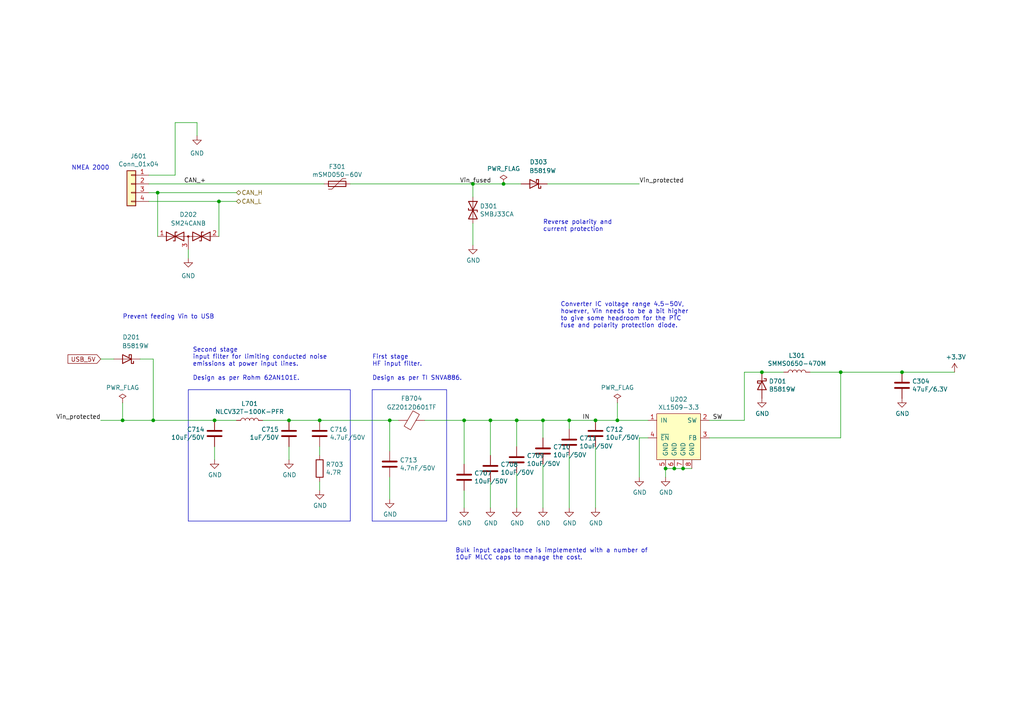
<source format=kicad_sch>
(kicad_sch (version 20230121) (generator eeschema)
  (paper "A4")
  (title_block (title "Hat Labs Marine Engine & Tank interface (HALMET)") (date "2024-01-18") (rev "1.0.1") (company "Hat Labs Ltd") (comment 1 "https://creativecommons.org/licenses/by-sa/4.0") (comment 2 "To view a copy of this license, visit ") (comment 3 "HALMET is licensed under CC BY-SA 4.0."))
  (lib_symbols
    (symbol "Connector_Generic:Conn_01x04" (pin_names (offset 1.016) hide)
      (property "Reference" "J" (at 0 5.08 0))
      (property "Value" "Conn_01x04" (at 0 -7.62 0))
      (symbol "Conn_01x04_1_1"
        (rectangle (start -1.27 -4.953) (end 0 -5.207) (stroke (width 0.1524)))
        (rectangle (start -1.27 -2.413) (end 0 -2.667) (stroke (width 0.1524)))
        (rectangle (start -1.27 0.127) (end 0 -0.127) (stroke (width 0.1524)))
        (rectangle (start -1.27 2.667) (end 0 2.413) (stroke (width 0.1524)))
        (rectangle (start -1.27 3.81) (end 1.27 -6.35) (stroke (width 0.254)) (fill (type background)))
        (pin passive line (at -5.08 2.54 0) (length 3.81) (name "Pin_1") (number "1"))
        (pin passive line (at -5.08 0 0) (length 3.81) (name "Pin_2") (number "2"))
        (pin passive line (at -5.08 -2.54 0) (length 3.81) (name "Pin_3") (number "3"))
        (pin passive line (at -5.08 -5.08 0) (length 3.81) (name "Pin_4") (number "4"))
      )
    )
    (symbol "Device:C" (pin_numbers hide) (pin_names (offset 0.254))
      (property "Reference" "C" (at 0.635 2.54 0))
      (property "Value" "C" (at 0.635 -2.54 0))
      (symbol "C_0_1"
        (polyline (pts (xy -2.032 -0.762) (xy 2.032 -0.762)) (stroke (width 0.508)))
        (polyline (pts (xy -2.032 0.762) (xy 2.032 0.762)) (stroke (width 0.508)))
      )
      (symbol "C_1_1"
        (pin passive line (at 0 3.81 270) (length 2.794) (name "~") (number "1"))
        (pin passive line (at 0 -3.81 90) (length 2.794) (name "~") (number "2"))
      )
    )
    (symbol "Device:D_Schottky" (pin_numbers hide) (pin_names (offset 1.016) hide)
      (property "Reference" "D" (at 0 2.54 0))
      (property "Value" "D_Schottky" (at 0 -2.54 0))
      (symbol "D_Schottky_0_1"
        (polyline (pts (xy 1.27 0) (xy -1.27 0)))
        (polyline (pts (xy 1.27 1.27) (xy 1.27 -1.27) (xy -1.27 0) (xy 1.27 1.27)) (stroke (width 0.254)))
        (polyline (pts (xy -1.905 0.635) (xy -1.905 1.27) (xy -1.27 1.27) (xy -1.27 -1.27) (xy -0.635 -1.27) (xy -0.635 -0.635)) (stroke (width 0.254)))
      )
      (symbol "D_Schottky_1_1"
        (pin passive line (at -3.81 0 0) (length 2.54) (name "K") (number "1"))
        (pin passive line (at 3.81 0 180) (length 2.54) (name "A") (number "2"))
      )
    )
    (symbol "Device:D_TVS" (pin_numbers hide) (pin_names (offset 1.016) hide)
      (property "Reference" "D" (at 0 2.54 0))
      (property "Value" "D_TVS" (at 0 -2.54 0))
      (symbol "D_TVS_0_1"
        (polyline (pts (xy 1.27 0) (xy -1.27 0)))
        (polyline (pts (xy 0.508 1.27) (xy 0 1.27) (xy 0 -1.27) (xy -0.508 -1.27)) (stroke (width 0.254)))
        (polyline (pts (xy -2.54 1.27) (xy -2.54 -1.27) (xy 2.54 1.27) (xy 2.54 -1.27) (xy -2.54 1.27)) (stroke (width 0.254)))
      )
      (symbol "D_TVS_1_1"
        (pin passive line (at -3.81 0 0) (length 2.54) (name "A1") (number "1"))
        (pin passive line (at 3.81 0 180) (length 2.54) (name "A2") (number "2"))
      )
    )
    (symbol "Device:D_TVS_Dual_AAC" (pin_names (offset 1.016) hide)
      (property "Reference" "D" (at 0 4.445 0))
      (property "Value" "D_TVS_Dual_AAC" (at 0 2.54 0))
      (symbol "D_TVS_Dual_AAC_0_0"
        (polyline (pts (xy 0 -1.27) (xy 0 0)))
      )
      (symbol "D_TVS_Dual_AAC_0_1"
        (polyline (pts (xy -6.35 0) (xy 6.35 0)))
        (polyline (pts (xy -3.302 1.27) (xy -3.81 1.27) (xy -3.81 -1.27) (xy -4.318 -1.27)) (stroke (width 0.254)))
        (polyline (pts (xy 4.318 1.27) (xy 3.81 1.27) (xy 3.81 -1.27) (xy 3.302 -1.27)) (stroke (width 0.254)))
        (polyline (pts (xy -6.35 1.27) (xy -1.27 -1.27) (xy -1.27 1.27) (xy -6.35 -1.27) (xy -6.35 1.27)) (stroke (width 0.254)))
        (polyline (pts (xy 6.35 1.27) (xy 1.27 -1.27) (xy 1.27 1.27) (xy 6.35 -1.27) (xy 6.35 1.27)) (stroke (width 0.254)))
        (circle (center 0 0) (radius 0.254) (fill (type outline)))
      )
      (symbol "D_TVS_Dual_AAC_1_1"
        (pin passive line (at -8.89 0 0) (length 2.54) (name "A1") (number "1"))
        (pin passive line (at 8.89 0 180) (length 2.54) (name "A2") (number "2"))
        (pin input line (at 0 -3.81 90) (length 2.54) (name "common") (number "3"))
      )
    )
    (symbol "Device:FerriteBead" (pin_numbers hide) (pin_names (offset 0))
      (property "Reference" "FB" (at -3.81 0.635 90))
      (property "Value" "FerriteBead" (at 3.81 0 90))
      (symbol "FerriteBead_0_1"
        (polyline (pts (xy 0 -1.27) (xy 0 -1.2192)))
        (polyline (pts (xy 0 1.27) (xy 0 1.2954)))
        (polyline (pts (xy -2.7686 0.4064) (xy -1.7018 2.2606) (xy 2.7686 -0.3048) (xy 1.6764 -2.159) (xy -2.7686 0.4064)))
      )
      (symbol "FerriteBead_1_1"
        (pin passive line (at 0 3.81 270) (length 2.54) (name "~") (number "1"))
        (pin passive line (at 0 -3.81 90) (length 2.54) (name "~") (number "2"))
      )
    )
    (symbol "Device:L" (pin_numbers hide) (pin_names (offset 1.016) hide)
      (property "Reference" "L" (at -1.27 0 90))
      (property "Value" "L" (at 1.905 0 90))
      (symbol "L_0_1"
        (arc (start 0 -2.54) (mid 0.6323 -1.905) (end 0 -1.27))
        (arc (start 0 -1.27) (mid 0.6323 -0.635) (end 0 0))
        (arc (start 0 0) (mid 0.6323 0.635) (end 0 1.27))
        (arc (start 0 1.27) (mid 0.6323 1.905) (end 0 2.54))
      )
      (symbol "L_1_1"
        (pin passive line (at 0 3.81 270) (length 1.27) (name "1") (number "1"))
        (pin passive line (at 0 -3.81 90) (length 1.27) (name "2") (number "2"))
      )
    )
    (symbol "Device:Polyfuse" (pin_numbers hide) (pin_names (offset 0))
      (property "Reference" "F" (at -2.54 0 90))
      (property "Value" "Polyfuse" (at 2.54 0 90))
      (symbol "Polyfuse_0_1"
        (rectangle (start -0.762 2.54) (end 0.762 -2.54) (stroke (width 0.254)))
        (polyline (pts (xy 0 2.54) (xy 0 -2.54)))
        (polyline (pts (xy -1.524 2.54) (xy -1.524 1.524) (xy 1.524 -1.524) (xy 1.524 -2.54)))
      )
      (symbol "Polyfuse_1_1"
        (pin passive line (at 0 3.81 270) (length 1.27) (name "~") (number "1"))
        (pin passive line (at 0 -3.81 90) (length 1.27) (name "~") (number "2"))
      )
    )
    (symbol "Device:R" (pin_numbers hide) (pin_names (offset 0))
      (property "Reference" "R" (at 2.032 0 90))
      (property "Value" "R" (at 0 0 90))
      (symbol "R_0_1"
        (rectangle (start -1.016 -2.54) (end 1.016 2.54) (stroke (width 0.254)))
      )
      (symbol "R_1_1"
        (pin passive line (at 0 3.81 270) (length 1.27) (name "~") (number "1"))
        (pin passive line (at 0 -3.81 90) (length 1.27) (name "~") (number "2"))
      )
    )
    (symbol "HALMET:XL1509-ADJE1" (pin_names (offset 1.016))
      (property "Reference" "U" (at 1.27 10.795 0))
      (property "Value" "XL1509-ADJE1" (at 7.62 8.89 0))
      (symbol "XL1509-ADJE1_0_1"
        (rectangle (start -6.35 6.985) (end 6.35 -6.35) (fill (type background)))
      )
      (symbol "XL1509-ADJE1_1_1"
        (pin power_in line (at -8.89 5.08 0) (length 2.54) (name "IN") (number "1"))
        (pin power_out line (at 8.89 5.08 180) (length 2.54) (name "SW") (number "2"))
        (pin input line (at 8.89 0 180) (length 2.54) (name "FB") (number "3"))
        (pin input line (at -8.89 0 0) (length 2.54) (name "~{EN}") (number "4"))
        (pin power_in line (at -3.81 -8.89 90) (length 2.54) (name "GND") (number "5"))
        (pin power_in line (at -1.27 -8.89 90) (length 2.54) (name "GND") (number "6"))
        (pin power_in line (at 1.27 -8.89 90) (length 2.54) (name "GND") (number "7"))
        (pin power_in line (at 3.81 -8.89 90) (length 2.54) (name "GND") (number "8"))
      )
    )
    (symbol "power:+3.3V" (power) (pin_names (offset 0))
      (property "Value" "+3.3V" (at 0 3.556 0))
      (symbol "+3.3V_0_1"
        (polyline (pts (xy -0.762 1.27) (xy 0 2.54)))
        (polyline (pts (xy 0 0) (xy 0 2.54)))
        (polyline (pts (xy 0 2.54) (xy 0.762 1.27)))
      )
      (symbol "+3.3V_1_1"
        (pin power_in line (at 0 0 90) (length 0) hide (name "+3.3V") (number "1"))
      )
    )
    (symbol "power:GND" (power) (pin_names (offset 0))
      (property "Value" "GND" (at 0 -3.81 0))
      (symbol "GND_0_1"
        (polyline (pts (xy 0 0) (xy 0 -1.27) (xy 1.27 -1.27) (xy 0 -2.54) (xy -1.27 -1.27) (xy 0 -1.27)))
      )
      (symbol "GND_1_1"
        (pin power_in line (at 0 0 270) (length 0) hide (name "GND") (number "1"))
      )
    )
    (symbol "power:PWR_FLAG" (power) (pin_numbers hide) (pin_names (offset 0) hide)
      (property "Value" "PWR_FLAG" (at 0 3.81 0))
      (symbol "PWR_FLAG_0_0"
        (pin power_out line (at 0 0 90) (length 0) (name "pwr") (number "1"))
      )
      (symbol "PWR_FLAG_0_1"
        (polyline (pts (xy 0 0) (xy 0 1.27) (xy -1.016 1.905) (xy 0 2.54) (xy 1.016 1.905) (xy 0 1.27)))
      )
    )
  )
  (junction (at 261.62 107.95))
  (junction (at 83.82 121.92))
  (junction (at 179.07 121.92))
  (junction (at 172.72 121.92))
  (junction (at 113.03 121.92))
  (junction (at 142.24 121.92))
  (junction (at 193.04 135.89))
  (junction (at 165.1 121.92))
  (junction (at 134.62 121.92))
  (junction (at 44.45 121.92))
  (junction (at 92.71 121.92))
  (junction (at 195.58 135.89))
  (junction (at 243.84 107.95))
  (junction (at 157.48 121.92))
  (junction (at 198.12 135.89))
  (junction (at 149.86 121.92))
  (junction (at 62.23 121.92))
  (junction (at 220.98 107.95))
  (junction (at 35.56 121.92))
  (junction (at 63.5 58.42))
  (junction (at 45.72 55.88))
  (junction (at 137.16 53.34))
  (junction (at 146.05 53.34))
  (wire (pts (xy 179.07 116.84) (xy 179.07 121.92)))
  (wire (pts (xy 165.1 124.46) (xy 165.1 121.92)))
  (wire (pts (xy 57.15 35.56) (xy 57.15 39.37)))
  (wire (pts (xy 101.6 53.34) (xy 137.16 53.34)))
  (wire (pts (xy 134.62 147.32) (xy 134.62 142.24)))
  (wire (pts (xy 195.58 135.89) (xy 193.04 135.89)))
  (wire (pts (xy 44.45 104.14) (xy 44.45 121.92)))
  (polyline (pts (xy 54.61 151.13) (xy 54.61 113.03)))
  (wire (pts (xy 185.42 127) (xy 187.96 127)))
  (wire (pts (xy 50.8 35.56) (xy 50.8 50.8)))
  (wire (pts (xy 142.24 121.92) (xy 149.86 121.92)))
  (wire (pts (xy 193.04 138.43) (xy 193.04 135.89)))
  (wire (pts (xy 146.05 53.34) (xy 151.13 53.34)))
  (wire (pts (xy 142.24 147.32) (xy 142.24 139.7)))
  (wire (pts (xy 62.23 121.92) (xy 68.58 121.92)))
  (wire (pts (xy 149.86 147.32) (xy 149.86 137.16)))
  (polyline (pts (xy 129.54 151.13) (xy 107.95 151.13)))
  (wire (pts (xy 50.8 35.56) (xy 57.15 35.56)))
  (wire (pts (xy 137.16 53.34) (xy 146.05 53.34)))
  (wire (pts (xy 158.75 53.34) (xy 185.42 53.34)))
  (wire (pts (xy 172.72 147.32) (xy 172.72 129.54)))
  (wire (pts (xy 215.9 107.95) (xy 215.9 121.92)))
  (wire (pts (xy 92.71 142.24) (xy 92.71 139.7)))
  (wire (pts (xy 243.84 107.95) (xy 243.84 127)))
  (wire (pts (xy 220.98 107.95) (xy 227.33 107.95)))
  (wire (pts (xy 123.19 121.92) (xy 134.62 121.92)))
  (wire (pts (xy 165.1 147.32) (xy 165.1 132.08)))
  (wire (pts (xy 157.48 127) (xy 157.48 121.92)))
  (wire (pts (xy 137.16 57.15) (xy 137.16 53.34)))
  (wire (pts (xy 63.5 58.42) (xy 63.5 68.58)))
  (wire (pts (xy 215.9 121.92) (xy 205.74 121.92)))
  (wire (pts (xy 200.66 135.89) (xy 198.12 135.89)))
  (wire (pts (xy 54.61 72.39) (xy 54.61 74.93)))
  (wire (pts (xy 157.48 121.92) (xy 165.1 121.92)))
  (wire (pts (xy 142.24 132.08) (xy 142.24 121.92)))
  (polyline (pts (xy 129.54 113.03) (xy 129.54 151.13)))
  (wire (pts (xy 92.71 121.92) (xy 113.03 121.92)))
  (polyline (pts (xy 101.6 113.03) (xy 101.6 151.13)))
  (polyline (pts (xy 107.95 113.03) (xy 107.95 113.03)))
  (wire (pts (xy 179.07 121.92) (xy 187.96 121.92)))
  (wire (pts (xy 165.1 121.92) (xy 172.72 121.92)))
  (wire (pts (xy 43.18 55.88) (xy 45.72 55.88)))
  (wire (pts (xy 50.8 50.8) (xy 43.18 50.8)))
  (wire (pts (xy 83.82 133.35) (xy 83.82 129.54)))
  (wire (pts (xy 45.72 55.88) (xy 68.58 55.88)))
  (wire (pts (xy 113.03 138.43) (xy 113.03 144.78)))
  (wire (pts (xy 157.48 147.32) (xy 157.48 134.62)))
  (wire (pts (xy 234.95 107.95) (xy 243.84 107.95)))
  (wire (pts (xy 29.21 121.92) (xy 35.56 121.92)))
  (wire (pts (xy 149.86 121.92) (xy 157.48 121.92)))
  (wire (pts (xy 198.12 135.89) (xy 195.58 135.89)))
  (polyline (pts (xy 107.95 113.03) (xy 129.54 113.03)))
  (wire (pts (xy 149.86 129.54) (xy 149.86 121.92)))
  (wire (pts (xy 113.03 121.92) (xy 113.03 130.81)))
  (wire (pts (xy 215.9 107.95) (xy 220.98 107.95)))
  (wire (pts (xy 29.21 104.14) (xy 33.02 104.14)))
  (wire (pts (xy 243.84 127) (xy 205.74 127)))
  (wire (pts (xy 45.72 68.58) (xy 45.72 55.88)))
  (wire (pts (xy 185.42 138.43) (xy 185.42 127)))
  (wire (pts (xy 35.56 116.84) (xy 35.56 121.92)))
  (wire (pts (xy 261.62 107.95) (xy 276.86 107.95)))
  (wire (pts (xy 83.82 121.92) (xy 92.71 121.92)))
  (polyline (pts (xy 107.95 151.13) (xy 107.95 113.03)))
  (wire (pts (xy 35.56 121.92) (xy 44.45 121.92)))
  (wire (pts (xy 134.62 121.92) (xy 142.24 121.92)))
  (wire (pts (xy 62.23 133.35) (xy 62.23 129.54)))
  (wire (pts (xy 40.64 104.14) (xy 44.45 104.14)))
  (wire (pts (xy 43.18 53.34) (xy 93.98 53.34)))
  (polyline (pts (xy 54.61 113.03) (xy 101.6 113.03)))
  (wire (pts (xy 172.72 121.92) (xy 179.07 121.92)))
  (wire (pts (xy 44.45 121.92) (xy 62.23 121.92)))
  (wire (pts (xy 43.18 58.42) (xy 63.5 58.42)))
  (wire (pts (xy 63.5 58.42) (xy 68.58 58.42)))
  (wire (pts (xy 243.84 107.95) (xy 261.62 107.95)))
  (polyline (pts (xy 101.6 151.13) (xy 54.61 151.13)))
  (wire (pts (xy 76.2 121.92) (xy 83.82 121.92)))
  (wire (pts (xy 137.16 64.77) (xy 137.16 71.12)))
  (wire (pts (xy 113.03 121.92) (xy 115.57 121.92)))
  (wire (pts (xy 92.71 132.08) (xy 92.71 129.54)))
  (wire (pts (xy 134.62 134.62) (xy 134.62 121.92)))
  (text "Converter IC voltage range 4.5-50V,\nhowever, Vin needs to be a bit higher\nto give some headroom for the PTC\nfuse and polarity protection diode." (at 162.56 95.25 0) (effects (font (size 1.27 1.27)) (justify left bottom)))
  (text "NMEA 2000" (at 31.75 49.53 0) (effects (font (size 1.27 1.27)) (justify right bottom)))
  (text "Bulk input capacitance is implemented with a number of\n10uF MLCC caps to manage the cost." (at 132.08 162.56 0) (effects (font (size 1.27 1.27)) (justify left bottom)))
  (text "Second stage\ninput filter for limiting conducted noise \nemissions at power input lines.\n\nDesign as per Rohm 62AN101E." (at 55.88 110.49 0) (effects (font (size 1.27 1.27)) (justify left bottom)))
  (text "First stage\nHF input filter.\n\nDesign as per TI SNVA886." (at 107.95 110.49 0) (effects (font (size 1.27 1.27)) (justify left bottom)))
  (text "Prevent feeding Vin to USB" (at 35.56 92.71 0) (effects (font (size 1.27 1.27)) (justify left bottom)))
  (text "Reverse polarity and\ncurrent protection" (at 157.48 67.31 0) (effects (font (size 1.27 1.27)) (justify left bottom)))
  (label "Vin_fused" (at 133.35 53.34 0))
  (label "CAN_+" (at 53.34 53.34 0))
  (label "Vin_protected" (at 185.42 53.34 0))
  (label "IN" (at 168.91 121.92 0))
  (label "SW" (at 209.55 121.92 180))
  (label "Vin_protected" (at 29.21 121.92 180))
  (global_label "USB_5V" (shape input) (at 29.21 104.14 180) (property "Intersheetrefs" "${INTERSHEET_REFS}" (effects hide)))
  (hierarchical_label "CAN_L" (shape bidirectional) (at 68.58 58.42 0))
  (hierarchical_label "CAN_H" (shape bidirectional) (at 68.58 55.88 0))
  (symbol (lib_id "Device:L") (at 231.14 107.95 90) (unit 1)
    (property "Reference" "L301" (at 231.14 103.124 90))
    (property "Value" "SMMS0650-470M" (at 231.14 105.4354 90))
    (property "Footprint" "HALMET:SMMS0650-1R0M" (effects hide))
    (property "LCSC" "C149588" (effects hide))
  )
  (symbol (lib_id "Device:C") (at 261.62 111.76 0) (unit 1)
    (property "Reference" "C304" (at 264.541 110.5916 0) (effects (justify left)))
    (property "Value" "47uF/6.3V" (at 264.541 112.903 0) (effects (justify left)))
    (property "Footprint" "Capacitor_SMD:C_1206_3216Metric" (effects hide))
    (property "Notes" "Min 6.3V" (effects hide))
    (property "LCSC" "C96123" (effects hide))
  )
  (symbol (lib_id "power:GND") (at 220.98 115.57 0) (unit 1)
    (property "Reference" "#PWR0305" (effects hide))
    (property "Value" "GND" (at 221.107 119.9642 0))
  )
  (symbol (lib_id "power:GND") (at 261.62 115.57 0) (unit 1)
    (property "Reference" "#PWR0307" (effects hide))
    (property "Value" "GND" (at 261.747 119.9642 0))
  )
  (symbol (lib_id "power:PWR_FLAG") (at 35.56 116.84 0) (unit 1)
    (property "Reference" "#FLG0301" (effects hide))
    (property "Value" "PWR_FLAG" (at 35.56 112.4204 0))
  )
  (symbol (lib_id "power:GND") (at 193.04 138.43 0) (unit 1)
    (property "Reference" "#PWR0303" (effects hide))
    (property "Value" "GND" (at 193.167 142.8242 0))
  )
  (symbol (lib_id "Device:Polyfuse") (at 97.79 53.34 270) (unit 1)
    (property "Reference" "F301" (at 97.79 48.3362 90))
    (property "Value" "mSMD050-60V" (at 97.79 50.6476 90))
    (property "Footprint" "Fuse:Fuse_1812_4532Metric" (effects hide))
    (property "LCSC" "C70113" (effects hide))
  )
  (symbol (lib_id "power:GND") (at 137.16 71.12 0) (unit 1)
    (property "Reference" "#PWR0304" (effects hide))
    (property "Value" "GND" (at 137.287 75.5142 0))
  )
  (symbol (lib_id "power:PWR_FLAG") (at 146.05 53.34 0) (mirror y) (unit 1)
    (property "Reference" "#FLG0303" (effects hide))
    (property "Value" "PWR_FLAG" (at 146.05 48.9458 0))
  )
  (symbol (lib_id "power:+3.3V") (at 276.86 107.95 0) (unit 1)
    (property "Reference" "#PWR0310" (effects hide))
    (property "Value" "+3.3V" (at 277.241 103.5558 0))
  )
  (symbol (lib_id "Device:D_TVS") (at 137.16 60.96 270) (unit 1)
    (property "Reference" "D301" (at 139.1666 59.7916 90) (effects (justify left)))
    (property "Value" "SMBJ33CA" (at 139.1666 62.103 90) (effects (justify left)))
    (property "Footprint" "Diode_SMD:D_SMB" (effects hide))
    (property "LCSC" "C114000" (effects hide))
  )
  (symbol (lib_id "Device:D_Schottky") (at 154.94 53.34 180) (unit 1)
    (property "Reference" "D303" (at 158.75 46.99 0) (effects (justify left)))
    (property "Value" "B5819W" (at 161.29 49.53 0) (effects (justify left)))
    (property "Footprint" "Diode_SMD:D_SOD-123" (effects hide))
    (property "LCSC" "C8598" (effects hide))
  )
  (symbol (lib_id "Device:D_Schottky") (at 36.83 104.14 180) (unit 1)
    (property "Reference" "D201" (at 40.64 97.79 0) (effects (justify left)))
    (property "Value" "B5819W" (at 43.18 100.33 0) (effects (justify left)))
    (property "Footprint" "Diode_SMD:D_SOD-123" (effects hide))
    (property "LCSC" "C8598" (effects hide))
  )
  (symbol (lib_id "power:PWR_FLAG") (at 179.07 116.84 0) (unit 1)
    (property "Reference" "#FLG0102" (effects hide))
    (property "Value" "PWR_FLAG" (at 179.07 112.4204 0))
  )
  (symbol (lib_id "HALMET:XL1509-ADJE1") (at 196.85 127 0) (unit 1)
    (property "Reference" "U202" (at 196.85 115.824 0))
    (property "Value" "XL1509-3.3" (at 196.85 118.1354 0))
    (property "Footprint" "Package_SO:SOP-8_3.9x4.9mm_P1.27mm" (effects hide))
    (property "LCSC" "C2681226" (effects hide))
    (property "JLCPCB_CORRECTION" "0;0;270" (effects hide))
  )
  (symbol (lib_id "power:GND") (at 185.42 138.43 0) (unit 1)
    (property "Reference" "#PWR0210" (effects hide))
    (property "Value" "GND" (at 185.547 142.8242 0))
  )
  (symbol (lib_id "Device:L") (at 72.39 121.92 90) (unit 1)
    (property "Reference" "L701" (at 72.39 117.094 90))
    (property "Value" "NLCV32T-100K-PFR" (at 72.39 119.4054 90))
    (property "Footprint" "Inductor_SMD:L_1210_3225Metric" (effects hide))
    (property "LCSC" "C74563" (effects hide))
    (property "Notes" "Alternative: CBC3225T100KR" (effects hide))
  )
  (symbol (lib_id "power:GND") (at 92.71 142.24 0) (unit 1)
    (property "Reference" "#PWR0814" (effects hide))
    (property "Value" "GND" (at 92.837 146.6342 0))
  )
  (symbol (lib_id "Device:R") (at 92.71 135.89 180) (unit 1)
    (property "Reference" "R703" (at 94.488 134.7216 0) (effects (justify right)))
    (property "Value" "4.7R" (at 94.488 137.033 0) (effects (justify right)))
    (property "Footprint" "Resistor_SMD:R_0603_1608Metric" (effects hide))
    (property "LCSC" "C23164" (effects hide))
  )
  (symbol (lib_id "Device:C") (at 172.72 125.73 0) (unit 1)
    (property "Reference" "C712" (at 175.641 124.5616 0) (effects (justify left)))
    (property "Value" "10uF/50V" (at 175.641 126.873 0) (effects (justify left)))
    (property "Footprint" "Capacitor_SMD:C_1206_3216Metric" (effects hide))
    (property "Notes" "50V" (effects hide))
    (property "LCSC" "C13585" (effects hide))
  )
  (symbol (lib_id "power:GND") (at 62.23 133.35 0) (unit 1)
    (property "Reference" "#PWR0816" (effects hide))
    (property "Value" "GND" (at 62.357 137.7442 0))
  )
  (symbol (lib_id "power:GND") (at 157.48 147.32 0) (unit 1)
    (property "Reference" "#PWR0804" (effects hide))
    (property "Value" "GND" (at 157.607 151.7142 0))
  )
  (symbol (lib_id "power:GND") (at 134.62 147.32 0) (unit 1)
    (property "Reference" "#PWR0812" (effects hide))
    (property "Value" "GND" (at 134.747 151.7142 0))
  )
  (symbol (lib_id "Device:D_Schottky") (at 220.98 111.76 270) (unit 1)
    (property "Reference" "D701" (at 222.9866 110.5916 90) (effects (justify left)))
    (property "Value" "B5819W" (at 222.9866 112.903 90) (effects (justify left)))
    (property "Footprint" "Diode_SMD:D_SOD-123" (effects hide))
    (property "LCSC" "C8598" (effects hide))
  )
  (symbol (lib_id "Device:C") (at 157.48 130.81 0) (unit 1)
    (property "Reference" "C710" (at 160.401 129.6416 0) (effects (justify left)))
    (property "Value" "10uF/50V" (at 160.401 131.953 0) (effects (justify left)))
    (property "Footprint" "Capacitor_SMD:C_1206_3216Metric" (effects hide))
    (property "Notes" "50V" (effects hide))
    (property "LCSC" "C13585" (effects hide))
  )
  (symbol (lib_id "Device:C") (at 165.1 128.27 0) (unit 1)
    (property "Reference" "C711" (at 168.021 127.1016 0) (effects (justify left)))
    (property "Value" "10uF/50V" (at 168.021 129.413 0) (effects (justify left)))
    (property "Footprint" "Capacitor_SMD:C_1206_3216Metric" (effects hide))
    (property "Notes" "50V" (effects hide))
    (property "LCSC" "C13585" (effects hide))
  )
  (symbol (lib_id "Device:C") (at 142.24 135.89 0) (unit 1)
    (property "Reference" "C708" (at 145.161 134.7216 0) (effects (justify left)))
    (property "Value" "10uF/50V" (at 145.161 137.033 0) (effects (justify left)))
    (property "Footprint" "Capacitor_SMD:C_1206_3216Metric" (effects hide))
    (property "Notes" "50V" (effects hide))
    (property "LCSC" "C13585" (effects hide))
  )
  (symbol (lib_id "power:GND") (at 149.86 147.32 0) (unit 1)
    (property "Reference" "#PWR0810" (effects hide))
    (property "Value" "GND" (at 149.987 151.7142 0))
  )
  (symbol (lib_id "Device:C") (at 149.86 133.35 0) (unit 1)
    (property "Reference" "C709" (at 152.781 132.1816 0) (effects (justify left)))
    (property "Value" "10uF/50V" (at 152.781 134.493 0) (effects (justify left)))
    (property "Footprint" "Capacitor_SMD:C_1206_3216Metric" (effects hide))
    (property "Notes" "50V" (effects hide))
    (property "LCSC" "C13585" (effects hide))
  )
  (symbol (lib_id "power:GND") (at 83.82 133.35 0) (unit 1)
    (property "Reference" "#PWR0815" (effects hide))
    (property "Value" "GND" (at 83.947 137.7442 0))
  )
  (symbol (lib_id "Device:D_TVS_Dual_AAC") (at 54.61 68.58 0) (unit 1)
    (property "Reference" "D202" (at 54.61 62.23 0))
    (property "Value" "SM24CANB" (at 54.61 64.77 0))
    (property "Footprint" "Package_TO_SOT_SMD:SOT-23" (effects hide))
    (property "LCSC" "C970029" (effects hide))
    (property "JLCPCB_CORRECTION" "0;0;180" (effects hide))
    (instances (project "HALMET" (path "" (reference "D202") (unit 1)) (path "" (reference "D801") (unit 1))))
  )
  (symbol (lib_id "power:GND") (at 142.24 147.32 0) (unit 1)
    (property "Reference" "#PWR0811" (effects hide))
    (property "Value" "GND" (at 142.367 151.7142 0))
  )
  (symbol (lib_id "power:GND") (at 54.61 74.93 0) (unit 1)
    (property "Reference" "#PWR0209" (effects hide))
    (property "Value" "GND" (at 54.61 80.01 0))
    (instances (project "HALMET" (path "" (reference "#PWR0209") (unit 1)) (path "" (reference "#PWR0817") (unit 1))))
  )
  (symbol (lib_id "power:GND") (at 113.03 144.78 0) (unit 1)
    (property "Reference" "#PWR0813" (effects hide))
    (property "Value" "GND" (at 113.157 149.1742 0))
  )
  (symbol (lib_id "Device:C") (at 92.71 125.73 0) (unit 1)
    (property "Reference" "C716" (at 95.631 124.5616 0) (effects (justify left)))
    (property "Value" "4.7uF/50V" (at 95.631 126.873 0) (effects (justify left)))
    (property "Footprint" "Capacitor_SMD:C_1206_3216Metric" (effects hide))
    (property "Notes" "50V" (effects hide))
    (property "LCSC" "C29823" (effects hide))
  )
  (symbol (lib_id "Device:C") (at 134.62 138.43 0) (unit 1)
    (property "Reference" "C707" (at 137.541 137.2616 0) (effects (justify left)))
    (property "Value" "10uF/50V" (at 137.541 139.573 0) (effects (justify left)))
    (property "Footprint" "Capacitor_SMD:C_1206_3216Metric" (effects hide))
    (property "Notes" "50V" (effects hide))
    (property "LCSC" "C13585" (effects hide))
  )
  (symbol (lib_id "power:GND") (at 57.15 39.37 0) (unit 1)
    (property "Reference" "#PWR0213" (effects hide))
    (property "Value" "GND" (at 57.15 44.45 0))
    (instances (project "HALMET" (path "" (reference "#PWR0213") (unit 1)) (path "" (reference "#PWR0818") (unit 1))))
  )
  (symbol (lib_id "Device:FerriteBead") (at 119.38 121.92 270) (unit 1)
    (property "Reference" "FB704" (at 119.38 115.57 90))
    (property "Value" "GZ2012D601TF" (at 119.38 118.11 90))
    (property "Footprint" "Inductor_SMD:L_0805_2012Metric" (effects hide))
    (property "LCSC" "C1017" (effects hide))
  )
  (symbol (lib_id "Connector_Generic:Conn_01x04") (at 38.1 53.34 0) (mirror y) (unit 1)
    (property "Reference" "J601" (at 40.1828 45.2882 0))
    (property "Value" "Conn_01x04" (at 40.1828 47.5996 0))
    (property "Footprint" "Connector_Phoenix_MC:PhoenixContact_MCV_1,5_4-G-3.81_1x04_P3.81mm_Vertical" (effects hide))
    (property "LCSC" " C8410" (effects hide))
    (property "JLCPCB_CORRECTION" "5.715;0;180" (effects hide))
    (instances (project "HALMET" (path "" (reference "J601") (unit 1)) (path "" (reference "J802") (unit 1))))
  )
  (symbol (lib_id "Device:C") (at 113.03 134.62 0) (unit 1)
    (property "Reference" "C713" (at 115.951 133.4516 0) (effects (justify left)))
    (property "Value" "4.7nF/50V" (at 115.951 135.763 0) (effects (justify left)))
    (property "Footprint" "Capacitor_SMD:C_0402_1005Metric" (effects hide))
    (property "LCSC" "C1538" (effects hide))
  )
  (symbol (lib_id "Device:C") (at 62.23 125.73 0) (mirror x) (unit 1)
    (property "Reference" "C714" (at 59.3344 124.5616 0) (effects (justify right)))
    (property "Value" "10uF/50V" (at 59.3344 126.873 0) (effects (justify right)))
    (property "Footprint" "Capacitor_SMD:C_1206_3216Metric" (effects hide))
    (property "LCSC" "C13585" (effects hide))
  )
  (symbol (lib_id "power:GND") (at 172.72 147.32 0) (unit 1)
    (property "Reference" "#PWR0801" (effects hide))
    (property "Value" "GND" (at 172.847 151.7142 0))
  )
  (symbol (lib_id "Device:C") (at 83.82 125.73 0) (mirror x) (unit 1)
    (property "Reference" "C715" (at 80.899 124.5616 0) (effects (justify right)))
    (property "Value" "1uF/50V" (at 80.899 126.873 0) (effects (justify right)))
    (property "Footprint" "Capacitor_SMD:C_0805_2012Metric" (effects hide))
    (property "LCSC" "C28323" (effects hide))
  )
  (symbol (lib_id "power:GND") (at 165.1 147.32 0) (unit 1)
    (property "Reference" "#PWR0803" (effects hide))
    (property "Value" "GND" (at 165.227 151.7142 0))
  )
)
</source>
